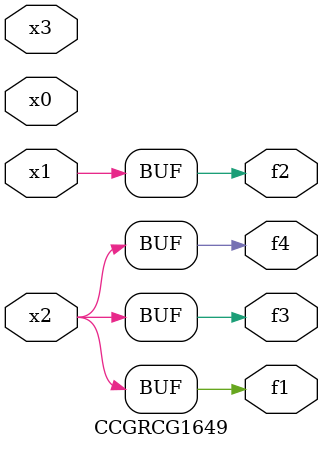
<source format=v>
module CCGRCG1649(
	input x0, x1, x2, x3,
	output f1, f2, f3, f4
);
	assign f1 = x2;
	assign f2 = x1;
	assign f3 = x2;
	assign f4 = x2;
endmodule

</source>
